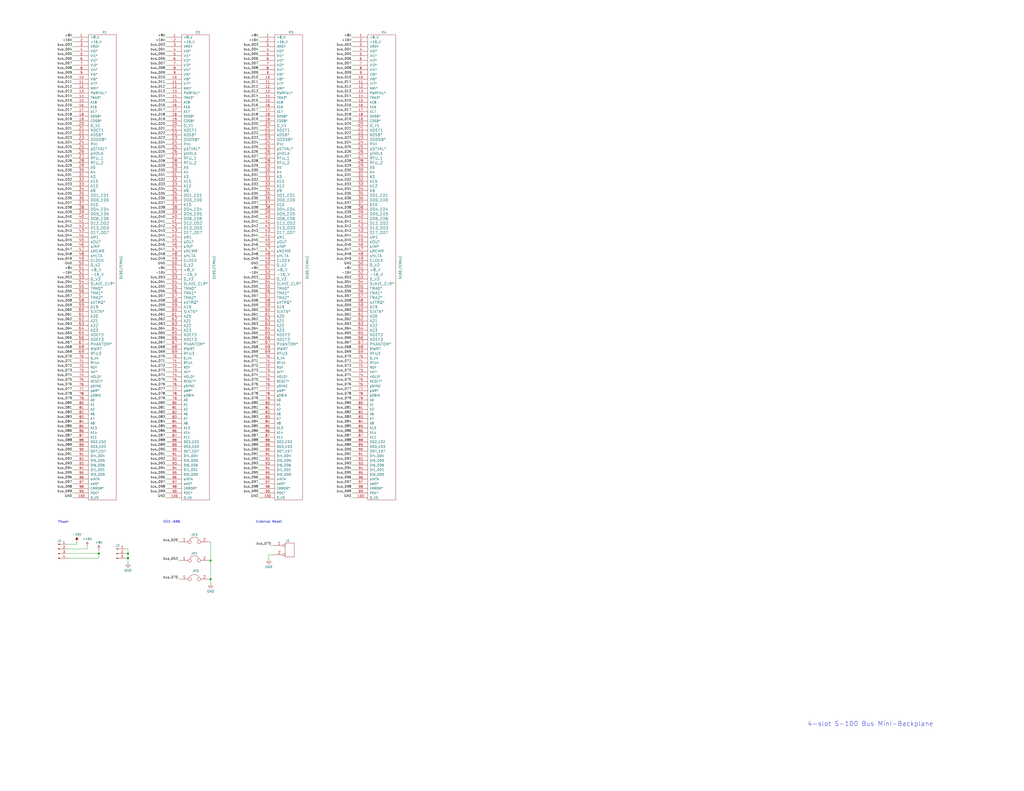
<source format=kicad_sch>
(kicad_sch (version 20230121) (generator eeschema)
  (paper "C")
  (title_block (title "Active Backplane") (date "2023-10-03") (rev "---"))
  (lib_symbols
    (symbol "mini-backplane:+16V" (power) (pin_names (offset 0))
      (property "Value" "+16V" (at 0 3.556 0))
      (symbol "+16V_1_1"
        (pin power_in line (at 0 0 90) (length 0) hide (name "+16V") (number "1"))
      )
    )
    (symbol "mini-backplane:+8V" (power) (pin_names (offset 0))
      (property "Value" "+8V" (at 0 3.556 0))
      (symbol "+8V_1_1"
        (pin power_in line (at 0 0 90) (length 0) hide (name "+8V") (number "1"))
      )
    )
    (symbol "mini-backplane:-16V" (power) (pin_names (offset 0))
      (property "Value" "-16V" (at 0 3.81 0))
      (symbol "-16V_1_0"
        (pin power_in line (at 0 0 90) (length 0) hide (name "-16V") (number "1"))
      )
    )
    (symbol "mini-backplane:Conn_01x02_Pin" (pin_names (offset 1.016) hide)
      (property "Reference" "J" (at -1.27 5.08 0))
      (property "Value" "Conn_01x02_Pin" (at 0 -5.08 0))
      (symbol "Conn_01x02_Pin_1_1"
        (pin passive inverted (at -8.89 2.54 0) (length 6.35) (name "P1") (number "1"))
        (pin passive inverted (at -8.89 -2.54 0) (length 6.35) (name "PM") (number "2"))
      )
    )
    (symbol "mini-backplane:Conn_01x03_Pin" (pin_names (offset 1.016) hide)
      (property "Reference" "J" (at 0 5.08 0))
      (property "Value" "Conn_01x03_Pin" (at 0 -5.08 0))
      (symbol "Conn_01x03_Pin_1_1"
        (pin passive line (at 5.08 2.54 180) (length 3.81) (name "Pin_1") (number "1"))
        (pin passive line (at 5.08 0 180) (length 3.81) (name "Pin_2") (number "2"))
        (pin passive line (at 5.08 -2.54 180) (length 3.81) (name "Pin_3") (number "3"))
      )
    )
    (symbol "mini-backplane:Conn_01x04_Pin" (pin_names (offset 1.016) hide)
      (property "Reference" "J" (at 0 5.08 0))
      (property "Value" "Conn_01x04_Pin" (at 0 -7.62 0))
      (symbol "Conn_01x04_Pin_1_1"
        (pin passive line (at 5.08 2.54 180) (length 3.81) (name "Pin_1") (number "1"))
        (pin passive line (at 5.08 0 180) (length 3.81) (name "Pin_2") (number "2"))
        (pin passive line (at 5.08 -2.54 180) (length 3.81) (name "Pin_3") (number "3"))
        (pin passive line (at 5.08 -5.08 180) (length 3.81) (name "Pin_4") (number "4"))
      )
    )
    (symbol "mini-backplane:GND" (power) (pin_names (offset 0))
      (property "Value" "GND" (at 0 -3.81 0))
      (symbol "GND_1_1"
        (pin power_in line (at 0 0 270) (length 0) hide (name "GND") (number "1"))
      )
    )
    (symbol "mini-backplane:JUMPER" (pin_names (offset 0.762) hide)
      (property "Reference" "JP" (at 0 3.81 0))
      (property "Value" "JUMPER" (at 0 -2.032 0))
      (symbol "JUMPER_0_1"
        (pin passive line (at -7.62 0 0) (length 4.191) (name "1") (number "1"))
        (pin passive line (at 7.62 0 180) (length 4.191) (name "2") (number "2"))
      )
    )
    (symbol "mini-backplane:S100_FEMALE" (pin_names (offset 1.016))
      (property "Reference" "P" (at 0 128.27 0))
      (property "Value" "S100_FEMALE" (at 8.89 0 90))
      (symbol "S100_FEMALE_1_1"
        (pin power_in line (at -16.51 125.73 0) (length 7.62) (name "+8_V") (number "1"))
        (pin bidirectional line (at -16.51 102.87 0) (length 7.62) (name "VI6*") (number "10"))
        (pin power_in line (at -16.51 -125.73 0) (length 7.62) (name "0_V5") (number "100"))
        (pin bidirectional line (at -16.51 100.33 0) (length 7.62) (name "VI7*") (number "11"))
        (pin bidirectional line (at -16.51 97.79 0) (length 7.62) (name "NMI*") (number "12"))
        (pin bidirectional line (at -16.51 95.25 0) (length 7.62) (name "PWRFAIL*") (number "13"))
        (pin bidirectional line (at -16.51 92.71 0) (length 7.62) (name "TMA3*") (number "14"))
        (pin bidirectional line (at -16.51 90.17 0) (length 7.62) (name "A18") (number "15"))
        (pin bidirectional line (at -16.51 87.63 0) (length 7.62) (name "A16") (number "16"))
        (pin bidirectional line (at -16.51 85.09 0) (length 7.62) (name "A17") (number "17"))
        (pin bidirectional line (at -16.51 82.55 0) (length 7.62) (name "SDSB*") (number "18"))
        (pin bidirectional line (at -16.51 80.01 0) (length 7.62) (name "CDSB*") (number "19"))
        (pin power_in line (at -16.51 123.19 0) (length 7.62) (name "+16_V") (number "2"))
        (pin bidirectional line (at -16.51 77.47 0) (length 7.62) (name "0_V1") (number "20"))
        (pin bidirectional line (at -16.51 74.93 0) (length 7.62) (name "NDEF1") (number "21"))
        (pin bidirectional line (at -16.51 72.39 0) (length 7.62) (name "ADSB*") (number "22"))
        (pin bidirectional line (at -16.51 69.85 0) (length 7.62) (name "DODSB*") (number "23"))
        (pin bidirectional line (at -16.51 67.31 0) (length 7.62) (name "PHI") (number "24"))
        (pin bidirectional line (at -16.51 64.77 0) (length 7.62) (name "pSTVAL*") (number "25"))
        (pin bidirectional line (at -16.51 62.23 0) (length 7.62) (name "pHDLA") (number "26"))
        (pin bidirectional line (at -16.51 59.69 0) (length 7.62) (name "RFU_1") (number "27"))
        (pin bidirectional line (at -16.51 57.15 0) (length 7.62) (name "RFU_2") (number "28"))
        (pin bidirectional line (at -16.51 54.61 0) (length 7.62) (name "A5") (number "29"))
        (pin bidirectional line (at -16.51 120.65 0) (length 7.62) (name "XRDY") (number "3"))
        (pin bidirectional line (at -16.51 52.07 0) (length 7.62) (name "A4") (number "30"))
        (pin bidirectional line (at -16.51 49.53 0) (length 7.62) (name "A3") (number "31"))
        (pin bidirectional line (at -16.51 46.99 0) (length 7.62) (name "A15") (number "32"))
        (pin bidirectional line (at -16.51 44.45 0) (length 7.62) (name "A12") (number "33"))
        (pin bidirectional line (at -16.51 41.91 0) (length 7.62) (name "A9") (number "34"))
        (pin bidirectional line (at -16.51 39.37 0) (length 7.62) (name "DO1_ED1") (number "35"))
        (pin bidirectional line (at -16.51 36.83 0) (length 7.62) (name "DO0_ED0") (number "36"))
        (pin bidirectional line (at -16.51 34.29 0) (length 7.62) (name "A10") (number "37"))
        (pin bidirectional line (at -16.51 31.75 0) (length 7.62) (name "DO4_ED4") (number "38"))
        (pin bidirectional line (at -16.51 29.21 0) (length 7.62) (name "DO5_ED5") (number "39"))
        (pin bidirectional line (at -16.51 118.11 0) (length 7.62) (name "VIO*") (number "4"))
        (pin bidirectional line (at -16.51 26.67 0) (length 7.62) (name "DO6_ED6") (number "40"))
        (pin bidirectional line (at -16.51 24.13 0) (length 7.62) (name "D12_OD2") (number "41"))
        (pin bidirectional line (at -16.51 21.59 0) (length 7.62) (name "D13_OD3") (number "42"))
        (pin bidirectional line (at -16.51 19.05 0) (length 7.62) (name "D17_OD7") (number "43"))
        (pin bidirectional line (at -16.51 16.51 0) (length 7.62) (name "sM1") (number "44"))
        (pin bidirectional line (at -16.51 13.97 0) (length 7.62) (name "sOUT") (number "45"))
        (pin bidirectional line (at -16.51 11.43 0) (length 7.62) (name "sINP") (number "46"))
        (pin bidirectional line (at -16.51 8.89 0) (length 7.62) (name "sMEMR") (number "47"))
        (pin bidirectional line (at -16.51 6.35 0) (length 7.62) (name "sHLTA") (number "48"))
        (pin bidirectional line (at -16.51 3.81 0) (length 7.62) (name "CLOCK") (number "49"))
        (pin bidirectional line (at -16.51 115.57 0) (length 7.62) (name "VI1*") (number "5"))
        (pin power_in line (at -16.51 1.27 0) (length 7.62) (name "0_V2") (number "50"))
        (pin power_in line (at -16.51 -1.27 0) (length 7.62) (name "+8_V") (number "51"))
        (pin power_in line (at -16.51 -3.81 0) (length 7.62) (name "-16_V") (number "52"))
        (pin bidirectional line (at -16.51 -6.35 0) (length 7.62) (name "0_V3") (number "53"))
        (pin bidirectional line (at -16.51 -8.89 0) (length 7.62) (name "SLAVE_CLR*") (number "54"))
        (pin bidirectional line (at -16.51 -11.43 0) (length 7.62) (name "TMA0*") (number "55"))
        (pin bidirectional line (at -16.51 -13.97 0) (length 7.62) (name "TMA1*") (number "56"))
        (pin bidirectional line (at -16.51 -16.51 0) (length 7.62) (name "TMA2*") (number "57"))
        (pin bidirectional line (at -16.51 -19.05 0) (length 7.62) (name "sXTRQ*") (number "58"))
        (pin bidirectional line (at -16.51 -21.59 0) (length 7.62) (name "A19") (number "59"))
        (pin bidirectional line (at -16.51 113.03 0) (length 7.62) (name "VI2*") (number "6"))
        (pin bidirectional line (at -16.51 -24.13 0) (length 7.62) (name "SIXTN*") (number "60"))
        (pin bidirectional line (at -16.51 -26.67 0) (length 7.62) (name "A20") (number "61"))
        (pin bidirectional line (at -16.51 -29.21 0) (length 7.62) (name "A21") (number "62"))
        (pin bidirectional line (at -16.51 -31.75 0) (length 7.62) (name "A22") (number "63"))
        (pin bidirectional line (at -16.51 -34.29 0) (length 7.62) (name "A23") (number "64"))
        (pin bidirectional line (at -16.51 -36.83 0) (length 7.62) (name "NDEF2") (number "65"))
        (pin bidirectional line (at -16.51 -39.37 0) (length 7.62) (name "NDEF3") (number "66"))
        (pin bidirectional line (at -16.51 -41.91 0) (length 7.62) (name "PHANTOM*") (number "67"))
        (pin bidirectional line (at -16.51 -44.45 0) (length 7.62) (name "MWRT") (number "68"))
        (pin bidirectional line (at -16.51 -46.99 0) (length 7.62) (name "RFU3") (number "69"))
        (pin bidirectional line (at -16.51 110.49 0) (length 7.62) (name "VI3*") (number "7"))
        (pin bidirectional line (at -16.51 -49.53 0) (length 7.62) (name "0_V4") (number "70"))
        (pin bidirectional line (at -16.51 -52.07 0) (length 7.62) (name "RFU4") (number "71"))
        (pin bidirectional line (at -16.51 -54.61 0) (length 7.62) (name "RDY") (number "72"))
        (pin bidirectional line (at -16.51 -57.15 0) (length 7.62) (name "INT*") (number "73"))
        (pin bidirectional line (at -16.51 -59.69 0) (length 7.62) (name "HOLD*") (number "74"))
        (pin bidirectional line (at -16.51 -62.23 0) (length 7.62) (name "RESET*") (number "75"))
        (pin bidirectional line (at -16.51 -64.77 0) (length 7.62) (name "pSYNC") (number "76"))
        (pin bidirectional line (at -16.51 -67.31 0) (length 7.62) (name "pWR*") (number "77"))
        (pin bidirectional line (at -16.51 -69.85 0) (length 7.62) (name "pDBIN") (number "78"))
        (pin bidirectional line (at -16.51 -72.39 0) (length 7.62) (name "A0") (number "79"))
        (pin bidirectional line (at -16.51 107.95 0) (length 7.62) (name "VI4*") (number "8"))
        (pin bidirectional line (at -16.51 -74.93 0) (length 7.62) (name "A1") (number "80"))
        (pin bidirectional line (at -16.51 -77.47 0) (length 7.62) (name "A2") (number "81"))
        (pin bidirectional line (at -16.51 -80.01 0) (length 7.62) (name "A6") (number "82"))
        (pin bidirectional line (at -16.51 -82.55 0) (length 7.62) (name "A7") (number "83"))
        (pin bidirectional line (at -16.51 -85.09 0) (length 7.62) (name "A8") (number "84"))
        (pin bidirectional line (at -16.51 -87.63 0) (length 7.62) (name "A13") (number "85"))
        (pin bidirectional line (at -16.51 -90.17 0) (length 7.62) (name "A14") (number "86"))
        (pin bidirectional line (at -16.51 -92.71 0) (length 7.62) (name "A11") (number "87"))
        (pin bidirectional line (at -16.51 -95.25 0) (length 7.62) (name "DO2_ED2") (number "88"))
        (pin bidirectional line (at -16.51 -97.79 0) (length 7.62) (name "DO3_ED3") (number "89"))
        (pin bidirectional line (at -16.51 105.41 0) (length 7.62) (name "VI5*") (number "9"))
        (pin bidirectional line (at -16.51 -100.33 0) (length 7.62) (name "DO7_ED7") (number "90"))
        (pin bidirectional line (at -16.51 -102.87 0) (length 7.62) (name "DI4_OD4") (number "91"))
        (pin bidirectional line (at -16.51 -105.41 0) (length 7.62) (name "DI5_OD5") (number "92"))
        (pin bidirectional line (at -16.51 -107.95 0) (length 7.62) (name "DI6_OD6") (number "93"))
        (pin bidirectional line (at -16.51 -110.49 0) (length 7.62) (name "DI1_OD1") (number "94"))
        (pin bidirectional line (at -16.51 -113.03 0) (length 7.62) (name "DI0_OD0") (number "95"))
        (pin bidirectional line (at -16.51 -115.57 0) (length 7.62) (name "sINTA") (number "96"))
        (pin bidirectional line (at -16.51 -118.11 0) (length 7.62) (name "sWO*") (number "97"))
        (pin bidirectional line (at -16.51 -120.65 0) (length 7.62) (name "ERROR*") (number "98"))
        (pin bidirectional line (at -16.51 -123.19 0) (length 7.62) (name "POC*") (number "99"))
      )
    )
  )
  (junction (at 53.975 302.26))
  (junction (at 114.935 316.23))
  (junction (at 114.935 306.07))
  (junction (at 69.85 304.8))
  (junction (at 69.85 302.26))
  (wire (pts (xy 140.97 149.86) (xy 142.24 149.86)))
  (wire (pts (xy 39.37 81.28) (xy 40.64 81.28)))
  (wire (pts (xy 191.77 35.56) (xy 193.04 35.56)))
  (wire (pts (xy 39.37 134.62) (xy 40.64 134.62)))
  (wire (pts (xy 97.155 316.23) (xy 98.425 316.23)))
  (wire (pts (xy 39.37 119.38) (xy 40.64 119.38)))
  (wire (pts (xy 90.17 127) (xy 91.44 127)))
  (wire (pts (xy 191.77 223.52) (xy 193.04 223.52)))
  (wire (pts (xy 90.17 193.04) (xy 91.44 193.04)))
  (wire (pts (xy 39.37 20.32) (xy 40.64 20.32)))
  (wire (pts (xy 140.97 147.32) (xy 142.24 147.32)))
  (wire (pts (xy 90.17 76.2) (xy 91.44 76.2)))
  (wire (pts (xy 140.97 220.98) (xy 142.24 220.98)))
  (wire (pts (xy 140.97 25.4) (xy 142.24 25.4)))
  (wire (pts (xy 191.77 109.22) (xy 193.04 109.22)))
  (wire (pts (xy 191.77 43.18) (xy 193.04 43.18)))
  (wire (pts (xy 39.37 243.84) (xy 40.64 243.84)))
  (wire (pts (xy 90.17 58.42) (xy 91.44 58.42)))
  (wire (pts (xy 191.77 185.42) (xy 193.04 185.42)))
  (wire (pts (xy 191.77 50.8) (xy 193.04 50.8)))
  (wire (pts (xy 90.17 187.96) (xy 91.44 187.96)))
  (wire (pts (xy 191.77 259.08) (xy 193.04 259.08)))
  (wire (pts (xy 140.97 139.7) (xy 142.24 139.7)))
  (wire (pts (xy 90.17 228.6) (xy 91.44 228.6)))
  (wire (pts (xy 191.77 233.68) (xy 193.04 233.68)))
  (wire (pts (xy 39.37 99.06) (xy 40.64 99.06)))
  (wire (pts (xy 36.83 302.26) (xy 53.975 302.26)))
  (wire (pts (xy 140.97 124.46) (xy 142.24 124.46)))
  (wire (pts (xy 90.17 93.98) (xy 91.44 93.98)))
  (wire (pts (xy 39.37 55.88) (xy 40.64 55.88)))
  (wire (pts (xy 191.77 142.24) (xy 193.04 142.24)))
  (wire (pts (xy 39.37 210.82) (xy 40.64 210.82)))
  (wire (pts (xy 140.97 38.1) (xy 142.24 38.1)))
  (wire (pts (xy 191.77 246.38) (xy 193.04 246.38)))
  (wire (pts (xy 191.77 271.78) (xy 193.04 271.78)))
  (wire (pts (xy 39.37 142.24) (xy 40.64 142.24)))
  (wire (pts (xy 191.77 190.5) (xy 193.04 190.5)))
  (wire (pts (xy 90.17 152.4) (xy 91.44 152.4)))
  (wire (pts (xy 90.17 170.18) (xy 91.44 170.18)))
  (wire (pts (xy 90.17 96.52) (xy 91.44 96.52)))
  (wire (pts (xy 90.17 259.08) (xy 91.44 259.08)))
  (wire (pts (xy 191.77 241.3) (xy 193.04 241.3)))
  (wire (pts (xy 39.37 251.46) (xy 40.64 251.46)))
  (wire (pts (xy 140.97 195.58) (xy 142.24 195.58)))
  (wire (pts (xy 191.77 78.74) (xy 193.04 78.74)))
  (wire (pts (xy 140.97 93.98) (xy 142.24 93.98)))
  (wire (pts (xy 140.97 55.88) (xy 142.24 55.88)))
  (wire (pts (xy 90.17 261.62) (xy 91.44 261.62)))
  (wire (pts (xy 140.97 30.48) (xy 142.24 30.48)))
  (wire (pts (xy 90.17 104.14) (xy 91.44 104.14)))
  (wire (pts (xy 90.17 172.72) (xy 91.44 172.72)))
  (wire (pts (xy 140.97 45.72) (xy 142.24 45.72)))
  (wire (pts (xy 140.97 261.62) (xy 142.24 261.62)))
  (wire (pts (xy 39.37 73.66) (xy 40.64 73.66)))
  (wire (pts (xy 140.97 119.38) (xy 142.24 119.38)))
  (wire (pts (xy 39.37 203.2) (xy 40.64 203.2)))
  (wire (pts (xy 39.37 177.8) (xy 40.64 177.8)))
  (wire (pts (xy 191.77 269.24) (xy 193.04 269.24)))
  (wire (pts (xy 39.37 175.26) (xy 40.64 175.26)))
  (wire (pts (xy 90.17 233.68) (xy 91.44 233.68)))
  (wire (pts (xy 90.17 215.9) (xy 91.44 215.9)))
  (wire (pts (xy 90.17 226.06) (xy 91.44 226.06)))
  (wire (pts (xy 191.77 129.54) (xy 193.04 129.54)))
  (wire (pts (xy 191.77 198.12) (xy 193.04 198.12)))
  (wire (pts (xy 140.97 266.7) (xy 142.24 266.7)))
  (wire (pts (xy 90.17 269.24) (xy 91.44 269.24)))
  (wire (pts (xy 191.77 104.14) (xy 193.04 104.14)))
  (wire (pts (xy 140.97 20.32) (xy 142.24 20.32)))
  (wire (pts (xy 90.17 160.02) (xy 91.44 160.02)))
  (wire (pts (xy 191.77 182.88) (xy 193.04 182.88)))
  (wire (pts (xy 90.17 88.9) (xy 91.44 88.9)))
  (wire (pts (xy 191.77 220.98) (xy 193.04 220.98)))
  (wire (pts (xy 53.975 302.26) (xy 53.975 300.355)))
  (wire (pts (xy 90.17 218.44) (xy 91.44 218.44)))
  (wire (pts (xy 90.17 147.32) (xy 91.44 147.32)))
  (wire (pts (xy 140.97 177.8) (xy 142.24 177.8)))
  (wire (pts (xy 191.77 124.46) (xy 193.04 124.46)))
  (wire (pts (xy 39.37 162.56) (xy 40.64 162.56)))
  (wire (pts (xy 140.97 91.44) (xy 142.24 91.44)))
  (wire (pts (xy 90.17 223.52) (xy 91.44 223.52)))
  (wire (pts (xy 39.37 182.88) (xy 40.64 182.88)))
  (wire (pts (xy 90.17 53.34) (xy 91.44 53.34)))
  (wire (pts (xy 39.37 63.5) (xy 40.64 63.5)))
  (wire (pts (xy 90.17 111.76) (xy 91.44 111.76)))
  (wire (pts (xy 90.17 203.2) (xy 91.44 203.2)))
  (wire (pts (xy 140.97 223.52) (xy 142.24 223.52)))
  (wire (pts (xy 90.17 210.82) (xy 91.44 210.82)))
  (wire (pts (xy 39.37 76.2) (xy 40.64 76.2)))
  (wire (pts (xy 90.17 27.94) (xy 91.44 27.94)))
  (wire (pts (xy 191.77 99.06) (xy 193.04 99.06)))
  (wire (pts (xy 90.17 55.88) (xy 91.44 55.88)))
  (wire (pts (xy 39.37 208.28) (xy 40.64 208.28)))
  (wire (pts (xy 191.77 55.88) (xy 193.04 55.88)))
  (wire (pts (xy 90.17 198.12) (xy 91.44 198.12)))
  (wire (pts (xy 146.685 305.435) (xy 146.685 302.895)))
  (wire (pts (xy 90.17 116.84) (xy 91.44 116.84)))
  (wire (pts (xy 39.37 170.18) (xy 40.64 170.18)))
  (wire (pts (xy 191.77 193.04) (xy 193.04 193.04)))
  (wire (pts (xy 39.37 129.54) (xy 40.64 129.54)))
  (wire (pts (xy 39.37 50.8) (xy 40.64 50.8)))
  (wire (pts (xy 90.17 106.68) (xy 91.44 106.68)))
  (wire (pts (xy 140.97 129.54) (xy 142.24 129.54)))
  (wire (pts (xy 140.97 137.16) (xy 142.24 137.16)))
  (wire (pts (xy 90.17 132.08) (xy 91.44 132.08)))
  (wire (pts (xy 191.77 111.76) (xy 193.04 111.76)))
  (wire (pts (xy 140.97 233.68) (xy 142.24 233.68)))
  (wire (pts (xy 140.97 127) (xy 142.24 127)))
  (wire (pts (xy 39.37 226.06) (xy 40.64 226.06)))
  (wire (pts (xy 140.97 251.46) (xy 142.24 251.46)))
  (wire (pts (xy 39.37 68.58) (xy 40.64 68.58)))
  (wire (pts (xy 140.97 144.78) (xy 142.24 144.78)))
  (wire (pts (xy 90.17 134.62) (xy 91.44 134.62)))
  (wire (pts (xy 191.77 101.6) (xy 193.04 101.6)))
  (wire (pts (xy 90.17 137.16) (xy 91.44 137.16)))
  (wire (pts (xy 39.37 58.42) (xy 40.64 58.42)))
  (wire (pts (xy 191.77 177.8) (xy 193.04 177.8)))
  (wire (pts (xy 39.37 152.4) (xy 40.64 152.4)))
  (wire (pts (xy 191.77 231.14) (xy 193.04 231.14)))
  (wire (pts (xy 90.17 254) (xy 91.44 254)))
  (wire (pts (xy 191.77 116.84) (xy 193.04 116.84)))
  (wire (pts (xy 90.17 264.16) (xy 91.44 264.16)))
  (wire (pts (xy 191.77 106.68) (xy 193.04 106.68)))
  (wire (pts (xy 191.77 167.64) (xy 193.04 167.64)))
  (wire (pts (xy 191.77 264.16) (xy 193.04 264.16)))
  (wire (pts (xy 39.37 180.34) (xy 40.64 180.34)))
  (wire (pts (xy 140.97 58.42) (xy 142.24 58.42)))
  (wire (pts (xy 191.77 251.46) (xy 193.04 251.46)))
  (wire (pts (xy 191.77 215.9) (xy 193.04 215.9)))
  (wire (pts (xy 39.37 111.76) (xy 40.64 111.76)))
  (wire (pts (xy 39.37 45.72) (xy 40.64 45.72)))
  (wire (pts (xy 140.97 63.5) (xy 142.24 63.5)))
  (wire (pts (xy 140.97 170.18) (xy 142.24 170.18)))
  (wire (pts (xy 140.97 236.22) (xy 142.24 236.22)))
  (wire (pts (xy 140.97 271.78) (xy 142.24 271.78)))
  (wire (pts (xy 191.77 63.5) (xy 193.04 63.5)))
  (wire (pts (xy 39.37 261.62) (xy 40.64 261.62)))
  (wire (pts (xy 191.77 40.64) (xy 193.04 40.64)))
  (wire (pts (xy 90.17 142.24) (xy 91.44 142.24)))
  (wire (pts (xy 191.77 66.04) (xy 193.04 66.04)))
  (wire (pts (xy 39.37 93.98) (xy 40.64 93.98)))
  (wire (pts (xy 140.97 160.02) (xy 142.24 160.02)))
  (wire (pts (xy 191.77 226.06) (xy 193.04 226.06)))
  (wire (pts (xy 191.77 144.78) (xy 193.04 144.78)))
  (wire (pts (xy 140.97 22.86) (xy 142.24 22.86)))
  (wire (pts (xy 90.17 38.1) (xy 91.44 38.1)))
  (wire (pts (xy 90.17 45.72) (xy 91.44 45.72)))
  (wire (pts (xy 68.58 299.72) (xy 69.85 299.72)))
  (wire (pts (xy 140.97 43.18) (xy 142.24 43.18)))
  (wire (pts (xy 90.17 99.06) (xy 91.44 99.06)))
  (wire (pts (xy 90.17 101.6) (xy 91.44 101.6)))
  (wire (pts (xy 39.37 43.18) (xy 40.64 43.18)))
  (wire (pts (xy 90.17 40.64) (xy 91.44 40.64)))
  (wire (pts (xy 140.97 246.38) (xy 142.24 246.38)))
  (wire (pts (xy 90.17 114.3) (xy 91.44 114.3)))
  (wire (pts (xy 39.37 96.52) (xy 40.64 96.52)))
  (wire (pts (xy 90.17 20.32) (xy 91.44 20.32)))
  (wire (pts (xy 191.77 248.92) (xy 193.04 248.92)))
  (wire (pts (xy 140.97 81.28) (xy 142.24 81.28)))
  (wire (pts (xy 90.17 165.1) (xy 91.44 165.1)))
  (wire (pts (xy 140.97 269.24) (xy 142.24 269.24)))
  (wire (pts (xy 140.97 101.6) (xy 142.24 101.6)))
  (wire (pts (xy 191.77 121.92) (xy 193.04 121.92)))
  (wire (pts (xy 114.935 295.91) (xy 114.935 306.07)))
  (wire (pts (xy 39.37 114.3) (xy 40.64 114.3)))
  (wire (pts (xy 140.97 68.58) (xy 142.24 68.58)))
  (wire (pts (xy 39.37 215.9) (xy 40.64 215.9)))
  (wire (pts (xy 191.77 180.34) (xy 193.04 180.34)))
  (wire (pts (xy 191.77 200.66) (xy 193.04 200.66)))
  (wire (pts (xy 191.77 83.82) (xy 193.04 83.82)))
  (wire (pts (xy 39.37 213.36) (xy 40.64 213.36)))
  (wire (pts (xy 90.17 91.44) (xy 91.44 91.44)))
  (wire (pts (xy 191.77 132.08) (xy 193.04 132.08)))
  (wire (pts (xy 39.37 233.68) (xy 40.64 233.68)))
  (wire (pts (xy 140.97 152.4) (xy 142.24 152.4)))
  (wire (pts (xy 140.97 167.64) (xy 142.24 167.64)))
  (wire (pts (xy 140.97 208.28) (xy 142.24 208.28)))
  (wire (pts (xy 39.37 25.4) (xy 40.64 25.4)))
  (wire (pts (xy 39.37 264.16) (xy 40.64 264.16)))
  (wire (pts (xy 90.17 109.22) (xy 91.44 109.22)))
  (wire (pts (xy 90.17 190.5) (xy 91.44 190.5)))
  (wire (pts (xy 90.17 60.96) (xy 91.44 60.96)))
  (wire (pts (xy 39.37 88.9) (xy 40.64 88.9)))
  (wire (pts (xy 39.37 248.92) (xy 40.64 248.92)))
  (wire (pts (xy 191.77 228.6) (xy 193.04 228.6)))
  (wire (pts (xy 39.37 172.72) (xy 40.64 172.72)))
  (wire (pts (xy 191.77 261.62) (xy 193.04 261.62)))
  (wire (pts (xy 191.77 127) (xy 193.04 127)))
  (wire (pts (xy 140.97 248.92) (xy 142.24 248.92)))
  (wire (pts (xy 90.17 78.74) (xy 91.44 78.74)))
  (wire (pts (xy 140.97 259.08) (xy 142.24 259.08)))
  (wire (pts (xy 191.77 157.48) (xy 193.04 157.48)))
  (wire (pts (xy 39.37 35.56) (xy 40.64 35.56)))
  (wire (pts (xy 39.37 256.54) (xy 40.64 256.54)))
  (wire (pts (xy 140.97 111.76) (xy 142.24 111.76)))
  (wire (pts (xy 140.97 157.48) (xy 142.24 157.48)))
  (wire (pts (xy 191.77 38.1) (xy 193.04 38.1)))
  (wire (pts (xy 90.17 83.82) (xy 91.44 83.82)))
  (wire (pts (xy 191.77 203.2) (xy 193.04 203.2)))
  (wire (pts (xy 68.58 302.26) (xy 69.85 302.26)))
  (wire (pts (xy 39.37 30.48) (xy 40.64 30.48)))
  (wire (pts (xy 39.37 241.3) (xy 40.64 241.3)))
  (wire (pts (xy 90.17 185.42) (xy 91.44 185.42)))
  (wire (pts (xy 191.77 175.26) (xy 193.04 175.26)))
  (wire (pts (xy 39.37 78.74) (xy 40.64 78.74)))
  (wire (pts (xy 39.37 167.64) (xy 40.64 167.64)))
  (wire (pts (xy 140.97 121.92) (xy 142.24 121.92)))
  (wire (pts (xy 39.37 48.26) (xy 40.64 48.26)))
  (wire (pts (xy 140.97 226.06) (xy 142.24 226.06)))
  (wire (pts (xy 90.17 71.12) (xy 91.44 71.12)))
  (wire (pts (xy 90.17 162.56) (xy 91.44 162.56)))
  (wire (pts (xy 90.17 241.3) (xy 91.44 241.3)))
  (wire (pts (xy 90.17 236.22) (xy 91.44 236.22)))
  (wire (pts (xy 90.17 68.58) (xy 91.44 68.58)))
  (wire (pts (xy 191.77 218.44) (xy 193.04 218.44)))
  (wire (pts (xy 191.77 256.54) (xy 193.04 256.54)))
  (wire (pts (xy 39.37 106.68) (xy 40.64 106.68)))
  (wire (pts (xy 191.77 96.52) (xy 193.04 96.52)))
  (wire (pts (xy 191.77 27.94) (xy 193.04 27.94)))
  (wire (pts (xy 191.77 86.36) (xy 193.04 86.36)))
  (wire (pts (xy 114.935 306.07) (xy 113.665 306.07)))
  (wire (pts (xy 140.97 193.04) (xy 142.24 193.04)))
  (wire (pts (xy 39.37 121.92) (xy 40.64 121.92)))
  (wire (pts (xy 140.97 27.94) (xy 142.24 27.94)))
  (wire (pts (xy 140.97 213.36) (xy 142.24 213.36)))
  (wire (pts (xy 140.97 172.72) (xy 142.24 172.72)))
  (wire (pts (xy 53.975 304.8) (xy 53.975 302.26)))
  (wire (pts (xy 140.97 264.16) (xy 142.24 264.16)))
  (wire (pts (xy 140.97 132.08) (xy 142.24 132.08)))
  (wire (pts (xy 39.37 187.96) (xy 40.64 187.96)))
  (wire (pts (xy 140.97 162.56) (xy 142.24 162.56)))
  (wire (pts (xy 191.77 254) (xy 193.04 254)))
  (wire (pts (xy 39.37 246.38) (xy 40.64 246.38)))
  (wire (pts (xy 140.97 154.94) (xy 142.24 154.94)))
  (wire (pts (xy 90.17 43.18) (xy 91.44 43.18)))
  (wire (pts (xy 191.77 71.12) (xy 193.04 71.12)))
  (wire (pts (xy 114.935 306.07) (xy 114.935 316.23)))
  (wire (pts (xy 113.665 295.91) (xy 114.935 295.91)))
  (wire (pts (xy 39.37 185.42) (xy 40.64 185.42)))
  (wire (pts (xy 90.17 50.8) (xy 91.44 50.8)))
  (wire (pts (xy 47.625 299.72) (xy 47.625 298.45)))
  (wire (pts (xy 39.37 91.44) (xy 40.64 91.44)))
  (wire (pts (xy 140.97 142.24) (xy 142.24 142.24)))
  (wire (pts (xy 36.83 304.8) (xy 53.975 304.8)))
  (wire (pts (xy 140.97 106.68) (xy 142.24 106.68)))
  (wire (pts (xy 191.77 119.38) (xy 193.04 119.38)))
  (wire (pts (xy 140.97 200.66) (xy 142.24 200.66)))
  (wire (pts (xy 69.85 304.8) (xy 69.85 307.34)))
  (wire (pts (xy 147.955 297.815) (xy 149.225 297.815)))
  (wire (pts (xy 191.77 165.1) (xy 193.04 165.1)))
  (wire (pts (xy 90.17 271.78) (xy 91.44 271.78)))
  (wire (pts (xy 69.85 302.26) (xy 69.85 304.8)))
  (wire (pts (xy 191.77 137.16) (xy 193.04 137.16)))
  (wire (pts (xy 90.17 175.26) (xy 91.44 175.26)))
  (wire (pts (xy 90.17 157.48) (xy 91.44 157.48)))
  (wire (pts (xy 90.17 35.56) (xy 91.44 35.56)))
  (wire (pts (xy 39.37 259.08) (xy 40.64 259.08)))
  (wire (pts (xy 140.97 71.12) (xy 142.24 71.12)))
  (wire (pts (xy 90.17 81.28) (xy 91.44 81.28)))
  (wire (pts (xy 140.97 187.96) (xy 142.24 187.96)))
  (wire (pts (xy 114.935 316.23) (xy 114.935 318.77)))
  (wire (pts (xy 39.37 165.1) (xy 40.64 165.1)))
  (wire (pts (xy 39.37 40.64) (xy 40.64 40.64)))
  (wire (pts (xy 140.97 256.54) (xy 142.24 256.54)))
  (wire (pts (xy 191.77 91.44) (xy 193.04 91.44)))
  (wire (pts (xy 140.97 210.82) (xy 142.24 210.82)))
  (wire (pts (xy 39.37 198.12) (xy 40.64 198.12)))
  (wire (pts (xy 140.97 180.34) (xy 142.24 180.34)))
  (wire (pts (xy 90.17 66.04) (xy 91.44 66.04)))
  (wire (pts (xy 39.37 60.96) (xy 40.64 60.96)))
  (wire (pts (xy 39.37 200.66) (xy 40.64 200.66)))
  (wire (pts (xy 191.77 33.02) (xy 193.04 33.02)))
  (wire (pts (xy 140.97 134.62) (xy 142.24 134.62)))
  (wire (pts (xy 39.37 71.12) (xy 40.64 71.12)))
  (wire (pts (xy 140.97 48.26) (xy 142.24 48.26)))
  (wire (pts (xy 39.37 218.44) (xy 40.64 218.44)))
  (wire (pts (xy 90.17 180.34) (xy 91.44 180.34)))
  (wire (pts (xy 39.37 160.02) (xy 40.64 160.02)))
  (wire (pts (xy 140.97 86.36) (xy 142.24 86.36)))
  (wire (pts (xy 140.97 76.2) (xy 142.24 76.2)))
  (wire (pts (xy 90.17 256.54) (xy 91.44 256.54)))
  (wire (pts (xy 140.97 88.9) (xy 142.24 88.9)))
  (wire (pts (xy 39.37 27.94) (xy 40.64 27.94)))
  (wire (pts (xy 191.77 20.32) (xy 193.04 20.32)))
  (wire (pts (xy 191.77 149.86) (xy 193.04 149.86)))
  (wire (pts (xy 191.77 53.34) (xy 193.04 53.34)))
  (wire (pts (xy 90.17 139.7) (xy 91.44 139.7)))
  (wire (pts (xy 97.155 306.07) (xy 98.425 306.07)))
  (wire (pts (xy 39.37 223.52) (xy 40.64 223.52)))
  (wire (pts (xy 191.77 266.7) (xy 193.04 266.7)))
  (wire (pts (xy 140.97 238.76) (xy 142.24 238.76)))
  (wire (pts (xy 191.77 58.42) (xy 193.04 58.42)))
  (wire (pts (xy 140.97 175.26) (xy 142.24 175.26)))
  (wire (pts (xy 90.17 86.36) (xy 91.44 86.36)))
  (wire (pts (xy 191.77 88.9) (xy 193.04 88.9)))
  (wire (pts (xy 90.17 248.92) (xy 91.44 248.92)))
  (wire (pts (xy 140.97 205.74) (xy 142.24 205.74)))
  (wire (pts (xy 140.97 254) (xy 142.24 254)))
  (wire (pts (xy 90.17 243.84) (xy 91.44 243.84)))
  (wire (pts (xy 90.17 205.74) (xy 91.44 205.74)))
  (wire (pts (xy 39.37 33.02) (xy 40.64 33.02)))
  (wire (pts (xy 39.37 254) (xy 40.64 254)))
  (wire (pts (xy 191.77 187.96) (xy 193.04 187.96)))
  (wire (pts (xy 90.17 30.48) (xy 91.44 30.48)))
  (wire (pts (xy 90.17 154.94) (xy 91.44 154.94)))
  (wire (pts (xy 191.77 152.4) (xy 193.04 152.4)))
  (wire (pts (xy 39.37 137.16) (xy 40.64 137.16)))
  (wire (pts (xy 191.77 238.76) (xy 193.04 238.76)))
  (wire (pts (xy 39.37 228.6) (xy 40.64 228.6)))
  (wire (pts (xy 191.77 45.72) (xy 193.04 45.72)))
  (wire (pts (xy 39.37 269.24) (xy 40.64 269.24)))
  (wire (pts (xy 140.97 83.82) (xy 142.24 83.82)))
  (wire (pts (xy 140.97 96.52) (xy 142.24 96.52)))
  (wire (pts (xy 191.77 170.18) (xy 193.04 170.18)))
  (wire (pts (xy 140.97 116.84) (xy 142.24 116.84)))
  (wire (pts (xy 140.97 241.3) (xy 142.24 241.3)))
  (wire (pts (xy 191.77 81.28) (xy 193.04 81.28)))
  (wire (pts (xy 140.97 35.56) (xy 142.24 35.56)))
  (wire (pts (xy 140.97 53.34) (xy 142.24 53.34)))
  (wire (pts (xy 146.685 302.895) (xy 149.225 302.895)))
  (wire (pts (xy 191.77 147.32) (xy 193.04 147.32)))
  (wire (pts (xy 191.77 210.82) (xy 193.04 210.82)))
  (wire (pts (xy 140.97 60.96) (xy 142.24 60.96)))
  (wire (pts (xy 140.97 109.22) (xy 142.24 109.22)))
  (wire (pts (xy 140.97 182.88) (xy 142.24 182.88)))
  (wire (pts (xy 36.83 297.18) (xy 41.91 297.18)))
  (wire (pts (xy 90.17 220.98) (xy 91.44 220.98)))
  (wire (pts (xy 90.17 124.46) (xy 91.44 124.46)))
  (wire (pts (xy 68.58 304.8) (xy 69.85 304.8)))
  (wire (pts (xy 191.77 160.02) (xy 193.04 160.02)))
  (wire (pts (xy 39.37 132.08) (xy 40.64 132.08)))
  (wire (pts (xy 191.77 162.56) (xy 193.04 162.56)))
  (wire (pts (xy 191.77 93.98) (xy 193.04 93.98)))
  (wire (pts (xy 191.77 236.22) (xy 193.04 236.22)))
  (wire (pts (xy 39.37 157.48) (xy 40.64 157.48)))
  (wire (pts (xy 69.85 299.72) (xy 69.85 302.26)))
  (wire (pts (xy 39.37 147.32) (xy 40.64 147.32)))
  (wire (pts (xy 140.97 99.06) (xy 142.24 99.06)))
  (wire (pts (xy 39.37 124.46) (xy 40.64 124.46)))
  (wire (pts (xy 140.97 104.14) (xy 142.24 104.14)))
  (wire (pts (xy 191.77 213.36) (xy 193.04 213.36)))
  (wire (pts (xy 191.77 25.4) (xy 193.04 25.4)))
  (wire (pts (xy 90.17 182.88) (xy 91.44 182.88)))
  (wire (pts (xy 140.97 33.02) (xy 142.24 33.02)))
  (wire (pts (xy 140.97 228.6) (xy 142.24 228.6)))
  (wire (pts (xy 90.17 149.86) (xy 91.44 149.86)))
  (wire (pts (xy 191.77 76.2) (xy 193.04 76.2)))
  (wire (pts (xy 39.37 231.14) (xy 40.64 231.14)))
  (wire (pts (xy 140.97 73.66) (xy 142.24 73.66)))
  (wire (pts (xy 90.17 119.38) (xy 91.44 119.38)))
  (wire (pts (xy 140.97 50.8) (xy 142.24 50.8)))
  (wire (pts (xy 39.37 104.14) (xy 40.64 104.14)))
  (wire (pts (xy 140.97 66.04) (xy 142.24 66.04)))
  (wire (pts (xy 90.17 33.02) (xy 91.44 33.02)))
  (wire (pts (xy 90.17 25.4) (xy 91.44 25.4)))
  (wire (pts (xy 140.97 78.74) (xy 142.24 78.74)))
  (wire (pts (xy 39.37 236.22) (xy 40.64 236.22)))
  (wire (pts (xy 140.97 218.44) (xy 142.24 218.44)))
  (wire (pts (xy 191.77 139.7) (xy 193.04 139.7)))
  (wire (pts (xy 90.17 208.28) (xy 91.44 208.28)))
  (wire (pts (xy 39.37 83.82) (xy 40.64 83.82)))
  (wire (pts (xy 90.17 63.5) (xy 91.44 63.5)))
  (wire (pts (xy 90.17 167.64) (xy 91.44 167.64)))
  (wire (pts (xy 140.97 114.3) (xy 142.24 114.3)))
  (wire (pts (xy 140.97 40.64) (xy 142.24 40.64)))
  (wire (pts (xy 97.155 295.91) (xy 98.425 295.91)))
  (wire (pts (xy 39.37 266.7) (xy 40.64 266.7)))
  (wire (pts (xy 39.37 38.1) (xy 40.64 38.1)))
  (wire (pts (xy 39.37 238.76) (xy 40.64 238.76)))
  (wire (pts (xy 39.37 86.36) (xy 40.64 86.36)))
  (wire (pts (xy 191.77 195.58) (xy 193.04 195.58)))
  (wire (pts (xy 39.37 116.84) (xy 40.64 116.84)))
  (wire (pts (xy 90.17 129.54) (xy 91.44 129.54)))
  (wire (pts (xy 191.77 205.74) (xy 193.04 205.74)))
  (wire (pts (xy 36.83 299.72) (xy 47.625 299.72)))
  (wire (pts (xy 140.97 231.14) (xy 142.24 231.14)))
  (wire (pts (xy 39.37 193.04) (xy 40.64 193.04)))
  (wire (pts (xy 39.37 22.86) (xy 40.64 22.86)))
  (wire (pts (xy 90.17 195.58) (xy 91.44 195.58)))
  (wire (pts (xy 90.17 144.78) (xy 91.44 144.78)))
  (wire (pts (xy 90.17 73.66) (xy 91.44 73.66)))
  (wire (pts (xy 191.77 22.86) (xy 193.04 22.86)))
  (wire (pts (xy 191.77 172.72) (xy 193.04 172.72)))
  (wire (pts (xy 140.97 185.42) (xy 142.24 185.42)))
  (wire (pts (xy 90.17 121.92) (xy 91.44 121.92)))
  (wire (pts (xy 90.17 48.26) (xy 91.44 48.26)))
  (wire (pts (xy 191.77 114.3) (xy 193.04 114.3)))
  (wire (pts (xy 39.37 271.78) (xy 40.64 271.78)))
  (wire (pts (xy 90.17 238.76) (xy 91.44 238.76)))
  (wire (pts (xy 191.77 60.96) (xy 193.04 60.96)))
  (wire (pts (xy 191.77 73.66) (xy 193.04 73.66)))
  (wire (pts (xy 90.17 213.36) (xy 91.44 213.36)))
  (wire (pts (xy 90.17 200.66) (xy 91.44 200.66)))
  (wire (pts (xy 39.37 139.7) (xy 40.64 139.7)))
  (wire (pts (xy 39.37 144.78) (xy 40.64 144.78)))
  (wire (pts (xy 90.17 22.86) (xy 91.44 22.86)))
  (wire (pts (xy 39.37 109.22) (xy 40.64 109.22)))
  (wire (pts (xy 39.37 149.86) (xy 40.64 149.86)))
  (wire (pts (xy 39.37 53.34) (xy 40.64 53.34)))
  (wire (pts (xy 39.37 154.94) (xy 40.64 154.94)))
  (wire (pts (xy 140.97 190.5) (xy 142.24 190.5)))
  (wire (pts (xy 191.77 30.48) (xy 193.04 30.48)))
  (wire (pts (xy 39.37 195.58) (xy 40.64 195.58)))
  (wire (pts (xy 41.91 297.18) (xy 41.91 295.91)))
  (wire (pts (xy 140.97 165.1) (xy 142.24 165.1)))
  (wire (pts (xy 140.97 243.84) (xy 142.24 243.84)))
  (wire (pts (xy 140.97 215.9) (xy 142.24 215.9)))
  (wire (pts (xy 191.77 208.28) (xy 193.04 208.28)))
  (wire (pts (xy 39.37 66.04) (xy 40.64 66.04)))
  (wire (pts (xy 39.37 101.6) (xy 40.64 101.6)))
  (wire (pts (xy 113.665 316.23) (xy 114.935 316.23)))
  (wire (pts (xy 90.17 251.46) (xy 91.44 251.46)))
  (wire (pts (xy 191.77 243.84) (xy 193.04 243.84)))
  (wire (pts (xy 191.77 154.94) (xy 193.04 154.94)))
  (wire (pts (xy 39.37 205.74) (xy 40.64 205.74)))
  (wire (pts (xy 191.77 68.58) (xy 193.04 68.58)))
  (wire (pts (xy 90.17 231.14) (xy 91.44 231.14)))
  (wire (pts (xy 191.77 48.26) (xy 193.04 48.26)))
  (wire (pts (xy 90.17 246.38) (xy 91.44 246.38)))
  (wire (pts (xy 140.97 198.12) (xy 142.24 198.12)))
  (wire (pts (xy 90.17 177.8) (xy 91.44 177.8)))
  (wire (pts (xy 191.77 134.62) (xy 193.04 134.62)))
  (wire (pts (xy 140.97 203.2) (xy 142.24 203.2)))
  (wire (pts (xy 90.17 266.7) (xy 91.44 266.7)))
  (wire (pts (xy 39.37 127) (xy 40.64 127)))
  (wire (pts (xy 39.37 190.5) (xy 40.64 190.5)))
  (wire (pts (xy 39.37 220.98) (xy 40.64 220.98)))
  (text "Power" (at 31.75 285.75 0) (effects (font (size 1.27 1.27)) (justify left bottom)))
  (text "4-slot S-100 Bus Mini-Backplane" (at 440.69 396.875 0) (effects (font (size 2.54 2.54)) (justify left bottom)))
  (text "External Reset" (at 139.7 285.75 0) (effects (font (size 1.27 1.27)) (justify left bottom)))
  (text "IEEE-696" (at 88.9 285.75 0) (effects (font (size 1.27 1.27)) (justify left bottom)))
  (label "bus_098" (at 140.97 266.7 180))
  (label "bus_065" (at 140.97 182.88 180))
  (label "bus_090" (at 191.77 246.38 180))
  (label "bus_077" (at 191.77 213.36 180))
  (label "bus_034" (at 140.97 104.14 180))
  (label "-16V" (at 140.97 149.86 180))
  (label "bus_039" (at 39.37 116.84 180))
  (label "bus_093" (at 90.17 254 180))
  (label "bus_004" (at 39.37 27.94 180))
  (label "bus_012" (at 90.17 48.26 180))
  (label "bus_064" (at 39.37 180.34 180))
  (label "bus_087" (at 39.37 238.76 180))
  (label "bus_029" (at 90.17 91.44 180))
  (label "bus_047" (at 191.77 137.16 180))
  (label "+8V" (at 90.17 147.32 180))
  (label "bus_039" (at 191.77 116.84 180))
  (label "bus_034" (at 90.17 104.14 180))
  (label "bus_006" (at 90.17 33.02 180))
  (label "bus_040" (at 191.77 119.38 180))
  (label "bus_066" (at 39.37 185.42 180))
  (label "bus_017" (at 140.97 60.96 180))
  (label "+8V" (at 191.77 147.32 180))
  (label "bus_032" (at 191.77 99.06 180))
  (label "bus_018" (at 90.17 63.5 180))
  (label "bus_046" (at 39.37 134.62 180))
  (label "bus_097" (at 191.77 264.16 180))
  (label "bus_043" (at 191.77 127 180))
  (label "bus_045" (at 90.17 132.08 180))
  (label "+16V" (at 140.97 22.86 180))
  (label "bus_022" (at 191.77 73.66 180))
  (label "bus_016" (at 140.97 58.42 180))
  (label "bus_064" (at 140.97 180.34 180))
  (label "bus_003" (at 140.97 25.4 180))
  (label "bus_060" (at 140.97 170.18 180))
  (label "bus_035" (at 39.37 106.68 180))
  (label "bus_073" (at 39.37 203.2 180))
  (label "bus_084" (at 90.17 231.14 180))
  (label "bus_066" (at 191.77 185.42 180))
  (label "bus_055" (at 39.37 157.48 180))
  (label "bus_015" (at 90.17 55.88 180))
  (label "bus_095" (at 140.97 259.08 180))
  (label "bus_031" (at 140.97 96.52 180))
  (label "bus_006" (at 191.77 33.02 180))
  (label "bus_024" (at 90.17 78.74 180))
  (label "bus_072" (at 90.17 200.66 180))
  (label "bus_058" (at 140.97 165.1 180))
  (label "bus_068" (at 90.17 190.5 180))
  (label "bus_047" (at 140.97 137.16 180))
  (label "bus_046" (at 140.97 134.62 180))
  (label "bus_021" (at 140.97 71.12 180))
  (label "bus_015" (at 191.77 55.88 180))
  (label "bus_049" (at 191.77 142.24 180))
  (label "bus_028" (at 39.37 88.9 180))
  (label "bus_087" (at 191.77 238.76 180))
  (label "bus_094" (at 90.17 256.54 180))
  (label "bus_009" (at 39.37 40.64 180))
  (label "bus_059" (at 140.97 167.64 180))
  (label "bus_028" (at 140.97 88.9 180))
  (label "bus_010" (at 191.77 43.18 180))
  (label "bus_053" (at 191.77 152.4 180))
  (label "bus_070" (at 140.97 195.58 180))
  (label "bus_086" (at 140.97 236.22 180))
  (label "bus_056" (at 140.97 160.02 180))
  (label "bus_023" (at 191.77 76.2 180))
  (label "bus_064" (at 191.77 180.34 180))
  (label "bus_092" (at 90.17 251.46 180))
  (label "bus_058" (at 90.17 165.1 180))
  (label "bus_065" (at 191.77 182.88 180))
  (label "bus_073" (at 90.17 203.2 180))
  (label "bus_021" (at 191.77 71.12 180))
  (label "bus_085" (at 191.77 233.68 180))
  (label "bus_026" (at 191.77 83.82 180))
  (label "bus_031" (at 90.17 96.52 180))
  (label "bus_092" (at 191.77 251.46 180))
  (label "bus_037" (at 39.37 111.76 180))
  (label "bus_049" (at 39.37 142.24 180))
  (label "bus_086" (at 39.37 236.22 180))
  (label "bus_033" (at 90.17 101.6 180))
  (label "bus_024" (at 140.97 78.74 180))
  (label "bus_027" (at 90.17 86.36 180))
  (label "bus_082" (at 191.77 226.06 180))
  (label "bus_090" (at 90.17 246.38 180))
  (label "bus_030" (at 191.77 93.98 180))
  (label "bus_042" (at 191.77 124.46 180))
  (label "bus_009" (at 90.17 40.64 180))
  (label "bus_015" (at 140.97 55.88 180))
  (label "bus_077" (at 140.97 213.36 180))
  (label "bus_016" (at 39.37 58.42 180))
  (label "bus_081" (at 90.17 223.52 180))
  (label "bus_018" (at 39.37 63.5 180))
  (label "bus_043" (at 90.17 127 180))
  (label "bus_084" (at 191.77 231.14 180))
  (label "bus_020" (at 140.97 68.58 180))
  (label "bus_090" (at 39.37 246.38 180))
  (label "GND" (at 90.17 271.78 180))
  (label "bus_075" (at 147.955 297.815 180))
  (label "bus_005" (at 191.77 30.48 180))
  (label "bus_033" (at 140.97 101.6 180))
  (label "bus_005" (at 39.37 30.48 180))
  (label "-16V" (at 191.77 149.86 180))
  (label "bus_067" (at 140.97 187.96 180))
  (label "bus_079" (at 39.37 218.44 180))
  (label "bus_067" (at 90.17 187.96 180))
  (label "bus_088" (at 140.97 241.3 180))
  (label "bus_006" (at 140.97 33.02 180))
  (label "bus_056" (at 90.17 160.02 180))
  (label "bus_033" (at 39.37 101.6 180))
  (label "bus_016" (at 90.17 58.42 180))
  (label "+8V" (at 90.17 20.32 180))
  (label "bus_028" (at 90.17 88.9 180))
  (label "bus_010" (at 140.97 43.18 180))
  (label "bus_044" (at 191.77 129.54 180))
  (label "bus_041" (at 90.17 121.92 180))
  (label "bus_020" (at 191.77 68.58 180))
  (label "bus_009" (at 140.97 40.64 180))
  (label "bus_011" (at 191.77 45.72 180))
  (label "bus_089" (at 140.97 243.84 180))
  (label "bus_099" (at 140.97 269.24 180))
  (label "bus_091" (at 140.97 248.92 180))
  (label "bus_081" (at 140.97 223.52 180))
  (label "bus_007" (at 140.97 35.56 180))
  (label "bus_049" (at 90.17 142.24 180))
  (label "bus_013" (at 191.77 50.8 180))
  (label "bus_074" (at 90.17 205.74 180))
  (label "bus_019" (at 39.37 66.04 180))
  (label "bus_091" (at 191.77 248.92 180))
  (label "bus_039" (at 140.97 116.84 180))
  (label "bus_040" (at 90.17 119.38 180))
  (label "bus_083" (at 39.37 228.6 180))
  (label "bus_053" (at 39.37 152.4 180))
  (label "bus_076" (at 140.97 210.82 180))
  (label "bus_036" (at 191.77 109.22 180))
  (label "bus_007" (at 191.77 35.56 180))
  (label "bus_055" (at 191.77 157.48 180))
  (label "bus_099" (at 191.77 269.24 180))
  (label "bus_040" (at 39.37 119.38 180))
  (label "+16V" (at 90.17 22.86 180))
  (label "bus_040" (at 140.97 119.38 180))
  (label "bus_074" (at 39.37 205.74 180))
  (label "bus_063" (at 191.77 177.8 180))
  (label "bus_079" (at 90.17 218.44 180))
  (label "bus_086" (at 90.17 236.22 180))
  (label "bus_092" (at 39.37 251.46 180))
  (label "bus_029" (at 191.77 91.44 180))
  (label "bus_048" (at 90.17 139.7 180))
  (label "bus_003" (at 90.17 25.4 180))
  (label "bus_057" (at 191.77 162.56 180))
  (label "bus_097" (at 90.17 264.16 180))
  (label "bus_085" (at 90.17 233.68 180))
  (label "bus_013" (at 39.37 50.8 180))
  (label "bus_007" (at 90.17 35.56 180))
  (label "bus_020" (at 97.155 295.91 180))
  (label "bus_025" (at 90.17 81.28 180))
  (label "bus_024" (at 191.77 78.74 180))
  (label "bus_027" (at 191.77 86.36 180))
  (label "bus_045" (at 140.97 132.08 180))
  (label "bus_018" (at 140.97 63.5 180))
  (label "bus_055" (at 90.17 157.48 180))
  (label "bus_006" (at 39.37 33.02 180))
  (label "bus_065" (at 39.37 182.88 180))
  (label "bus_078" (at 191.77 215.9 180))
  (label "bus_041" (at 191.77 121.92 180))
  (label "bus_003" (at 39.37 25.4 180))
  (label "bus_098" (at 39.37 266.7 180))
  (label "bus_048" (at 191.77 139.7 180))
  (label "bus_097" (at 140.97 264.16 180))
  (label "+8V" (at 140.97 147.32 180))
  (label "bus_045" (at 191.77 132.08 180))
  (label "bus_026" (at 39.37 83.82 180))
  (label "bus_056" (at 39.37 160.02 180))
  (label "GND" (at 140.97 271.78 180))
  (label "bus_057" (at 140.97 162.56 180))
  (label "bus_033" (at 191.77 101.6 180))
  (label "bus_062" (at 191.77 175.26 180))
  (label "bus_037" (at 140.97 111.76 180))
  (label "bus_095" (at 39.37 259.08 180))
  (label "bus_053" (at 90.17 152.4 180))
  (label "-16V" (at 90.17 149.86 180))
  (label "bus_061" (at 191.77 172.72 180))
  (label "bus_071" (at 140.97 198.12 180))
  (label "GND" (at 140.97 144.78 180))
  (label "bus_027" (at 140.97 86.36 180))
  (label "bus_047" (at 39.37 137.16 180))
  (label "bus_083" (at 191.77 228.6 180))
  (label "bus_070" (at 90.17 195.58 180))
  (label "bus_011" (at 90.17 45.72 180))
  (label "bus_048" (at 39.37 139.7 180))
  (label "bus_060" (at 39.37 170.18 180))
  (label "bus_030" (at 140.97 93.98 180))
  (label "bus_054" (at 39.37 154.94 180))
  (label "bus_083" (at 140.97 228.6 180))
  (label "bus_044" (at 90.17 129.54 180))
  (label "bus_029" (at 140.97 91.44 180))
  (label "bus_066" (at 140.97 185.42 180))
  (label "bus_083" (at 90.17 228.6 180))
  (label "bus_005" (at 140.97 30.48 180))
  (label "bus_076" (at 191.77 210.82 180))
  (label "bus_077" (at 90.17 213.36 180))
  (label "bus_039" (at 90.17 116.84 180))
  (label "bus_076" (at 39.37 210.82 180))
  (label "bus_096" (at 90.17 261.62 180))
  (label "+8V" (at 39.37 20.32 180))
  (label "bus_053" (at 140.97 152.4 180))
  (label "bus_038" (at 140.97 114.3 180))
  (label "bus_045" (at 39.37 132.08 180))
  (label "bus_053" (at 97.155 306.07 180))
  (label "bus_065" (at 90.17 182.88 180))
  (label "bus_061" (at 90.17 172.72 180))
  (label "bus_088" (at 191.77 241.3 180))
  (label "bus_012" (at 191.77 48.26 180))
  (label "bus_013" (at 140.97 50.8 180))
  (label "bus_058" (at 39.37 165.1 180))
  (label "bus_096" (at 140.97 261.62 180))
  (label "bus_084" (at 140.97 231.14 180))
  (label "bus_074" (at 140.97 205.74 180))
  (label "bus_004" (at 140.97 27.94 180))
  (label "bus_046" (at 90.17 134.62 180))
  (label "bus_096" (at 39.37 261.62 180))
  (label "bus_032" (at 39.37 99.06 180))
  (label "bus_078" (at 90.17 215.9 180))
  (label "bus_014" (at 39.37 53.34 180))
  (label "+8V" (at 140.97 20.32 180))
  (label "bus_036" (at 39.37 109.22 180))
  (label "bus_035" (at 140.97 106.68 180))
  (label "bus_054" (at 191.77 154.94 180))
  (label "bus_025" (at 140.97 81.28 180))
  (label "bus_023" (at 90.17 76.2 180))
  (label "bus_057" (at 39.37 162.56 180))
  (label "bus_022" (at 39.37 73.66 180))
  (label "bus_036" (at 140.97 109.22 180))
  (label "bus_043" (at 39.37 127 180))
  (label "bus_095" (at 90.17 259.08 180))
  (label "bus_038" (at 39.37 114.3 180))
  (label "bus_071" (at 39.37 198.12 180))
  (label "bus_075" (at 191.77 208.28 180))
  (label "bus_080" (at 140.97 220.98 180))
  (label "bus_095" (at 191.77 259.08 180))
  (label "bus_082" (at 39.37 226.06 180))
  (label "bus_017" (at 90.17 60.96 180))
  (label "bus_078" (at 140.97 215.9 180))
  (label "bus_097" (at 39.37 264.16 180))
  (label "bus_023" (at 140.97 76.2 180))
  (label "bus_031" (at 191.77 96.52 180))
  (label "bus_058" (at 191.77 165.1 180))
  (label "bus_059" (at 90.17 167.64 180))
  (label "bus_076" (at 90.17 210.82 180))
  (label "bus_010" (at 39.37 43.18 180))
  (label "bus_008" (at 39.37 38.1 180))
  (label "bus_043" (at 140.97 127 180))
  (label "bus_025" (at 39.37 81.28 180))
  (label "bus_073" (at 191.77 203.2 180))
  (label "bus_069" (at 90.17 193.04 180))
  (label "bus_089" (at 90.17 243.84 180))
  (label "bus_088" (at 39.37 241.3 180))
  (label "bus_038" (at 191.77 114.3 180))
  (label "bus_049" (at 140.97 142.24 180))
  (label "bus_061" (at 39.37 172.72 180))
  (label "bus_084" (at 39.37 231.14 180))
  (label "bus_080" (at 90.17 220.98 180))
  (label "bus_021" (at 90.17 71.12 180))
  (label "bus_034" (at 191.77 104.14 180))
  (label "bus_037" (at 90.17 111.76 180))
  (label "bus_080" (at 39.37 220.98 180))
  (label "bus_091" (at 39.37 248.92 180))
  (label "bus_077" (at 39.37 213.36 180))
  (label "bus_016" (at 191.77 58.42 180))
  (label "bus_022" (at 90.17 73.66 180))
  (label "bus_093" (at 191.77 254 180))
  (label "bus_094" (at 39.37 256.54 180))
  (label "+16V" (at 191.77 22.86 180))
  (label "bus_009" (at 191.77 40.64 180))
  (label "bus_056" (at 191.77 160.02 180))
  (label "bus_057" (at 90.17 162.56 180))
  (label "bus_044" (at 140.97 129.54 180))
  (label "bus_055" (at 140.97 157.48 180))
  (label "bus_046" (at 191.77 134.62 180))
  (label "bus_074" (at 191.77 205.74 180))
  (label "bus_060" (at 90.17 170.18 180))
  (label "bus_087" (at 90.17 238.76 180))
  (label "bus_012" (at 39.37 48.26 180))
  (label "bus_070" (at 191.77 195.58 180))
  (label "bus_069" (at 39.37 193.04 180))
  (label "bus_082" (at 140.97 226.06 180))
  (label "bus_023" (at 39.37 76.2 180))
  (label "bus_019" (at 140.97 66.04 180))
  (label "bus_099" (at 90.17 269.24 180))
  (label "bus_085" (at 140.97 233.68 180))
  (label "bus_093" (at 39.37 254 180))
  (label "bus_089" (at 39.37 243.84 180))
  (label "bus_030" (at 39.37 93.98 180))
  (label "GND" (at 90.17 144.78 180))
  (label "-16V" (at 39.37 149.86 180))
  (label "bus_072" (at 191.77 200.66 180))
  (label "bus_041" (at 140.97 121.92 180))
  (label "bus_071" (at 191.77 198.12 180))
  (label "bus_081" (at 39.37 223.52 180))
  (label "bus_067" (at 191.77 187.96 180))
  (label "bus_072" (at 39.37 200.66 180))
  (label "bus_037" (at 191.77 111.76 180))
  (label "bus_004" (at 90.17 27.94 180))
  (label "bus_013" (at 90.17 50.8 180))
  (label "bus_020" (at 39.37 68.58 180))
  (label "bus_059" (at 39.37 167.64 180))
  (label "+8V" (at 191.77 20.32 180))
  (label "GND" (at 191.77 271.78 180))
  (label "bus_019" (at 191.77 66.04 180))
  (label "bus_041" (at 39.37 121.92 180))
  (label "bus_090" (at 140.97 246.38 180))
  (label "bus_066" (at 90.17 185.42 180))
  (label "bus_054" (at 140.97 154.94 180))
  (label "GND" (at 191.77 144.78 180))
  (label "bus_071" (at 90.17 198.12 180))
  (label "bus_019" (at 90.17 66.04 180))
  (label "bus_024" (at 39.37 78.74 180))
  (label "bus_080" (at 191.77 220.98 180))
  (label "bus_029" (at 39.37 91.44 180))
  (label "bus_047" (at 90.17 137.16 180))
  (label "bus_025" (at 191.77 81.28 180))
  (label "bus_093" (at 140.97 254 180))
  (label "bus_032" (at 140.97 99.06 180))
  (label "bus_068" (at 140.97 190.5 180))
  (label "bus_059" (at 191.77 167.64 180))
  (label "bus_011" (at 140.97 45.72 180))
  (label "bus_048" (at 140.97 139.7 180))
  (label "bus_092" (at 140.97 251.46 180))
  (label "bus_007" (at 39.37 35.56 180))
  (label "bus_008" (at 140.97 38.1 180))
  (label "bus_063" (at 140.97 177.8 180))
  (label "bus_035" (at 191.77 106.68 180))
  (label "bus_075" (at 90.17 208.28 180))
  (label "bus_094" (at 140.97 256.54 180))
  (label "bus_082" (at 90.17 226.06 180))
  (label "bus_020" (at 90.17 68.58 180))
  (label "bus_078" (at 39.37 215.9 180))
  (label "bus_008" (at 90.17 38.1 180))
  (label "bus_044" (at 39.37 129.54 180))
  (label "bus_060" (at 191.77 170.18 180))
  (label "+16V" (at 39.37 22.86 180))
  (label "bus_087" (at 140.97 238.76 180))
  (label "bus_028" (at 191.77 88.9 180))
  (label "bus_089" (at 191.77 243.84 180))
  (label "bus_079" (at 140.97 218.44 180))
  (label "bus_004" (at 191.77 27.94 180))
  (label "bus_070" (at 39.37 195.58 180))
  (label "bus_072" (at 140.97 200.66 180))
  (label "bus_063" (at 90.17 177.8 180))
  (label "bus_012" (at 140.97 48.26 180))
  (label "bus_069" (at 140.97 193.04 180))
  (label "bus_063" (at 39.37 177.8 180))
  (label "bus_094" (at 191.77 256.54 180))
  (label "bus_031" (at 39.37 96.52 180))
  (label "bus_005" (at 90.17 30.48 180))
  (label "+8V" (at 39.37 147.32 180))
  (label "bus_035" (at 90.17 106.68 180))
  (label "bus_062" (at 90.17 175.26 180))
  (label "bus_086" (at 191.77 236.22 180))
  (label "bus_068" (at 191.77 190.5 180))
  (label "bus_034" (at 39.37 104.14 180))
  (label "bus_027" (at 39.37 86.36 180))
  (label "bus_069" (at 191.77 193.04 180))
  (label "bus_073" (at 140.97 203.2 180))
  (label "bus_054" (at 90.17 154.94 180))
  (label "bus_036" (at 90.17 109.22 180))
  (label "bus_075" (at 39.37 208.28 180))
  (label "bus_022" (at 140.97 73.66 180))
  (label "bus_017" (at 191.77 60.96 180))
  (label "bus_062" (at 140.97 175.26 180))
  (label "bus_010" (at 90.17 43.18 180))
  (label "bus_015" (at 39.37 55.88 180))
  (label "bus_021" (at 39.37 71.12 180))
  (label "bus_014" (at 191.77 53.34 180))
  (label "bus_099" (at 39.37 269.24 180))
  (label "bus_079" (at 191.77 218.44 180))
  (label "bus_085" (at 39.37 233.68 180))
  (label "bus_098" (at 90.17 266.7 180))
  (label "bus_008" (at 191.77 38.1 180))
  (label "bus_070" (at 97.155 316.23 180))
  (label "bus_011" (at 39.37 45.72 180))
  (label "bus_067" (at 39.37 187.96 180))
  (label "GND" (at 39.37 144.78 180))
  (label "bus_014" (at 90.17 53.34 180))
  (label "bus_064" (at 90.17 180.34 180))
  (label "bus_030" (at 90.17 93.98 180))
  (label "bus_088" (at 90.17 241.3 180))
  (label "bus_075" (at 140.97 208.28 180))
  (label "bus_026" (at 90.17 83.82 180))
  (label "bus_032" (at 90.17 99.06 180))
  (label "bus_026" (at 140.97 83.82 180))
  (label "bus_068" (at 39.37 190.5 180))
  (label "bus_042" (at 39.37 124.46 180))
  (label "bus_061" (at 140.97 172.72 180))
  (label "bus_042" (at 140.97 124.46 180))
  (label "bus_098" (at 191.77 266.7 180))
  (label "bus_003" (at 191.77 25.4 180))
  (label "bus_018" (at 191.77 63.5 180))
  (label "bus_042" (at 90.17 124.46 180))
  (label "bus_096" (at 191.77 261.62 180))
  (label "bus_062" (at 39.37 175.26 180))
  (label "GND" (at 39.37 271.78 180))
  (label "bus_081" (at 191.77 223.52 180))
  (label "bus_038" (at 90.17 114.3 180))
  (label "bus_017" (at 39.37 60.96 180))
  (label "bus_091" (at 90.17 248.92 180))
  (label "bus_014" (at 140.97 53.34 180))
  (symbol (lib_id "mini-backplane:JUMPER") (at 106.045 295.91 0) (unit 1)
    (property "Reference" "JP2" (at 106.045 292.1 0))
    (property "Value" "JUMPER" (effects hide))
    (property "Footprint" "mini-backplane:PinHeader_01x02_P2.54mm" (effects hide))
  )
  (symbol (lib_id "mini-backplane:Conn_01x03_Pin") (at 63.5 302.26 0) (unit 1)
    (property "Reference" "J2" (at 64.135 297.9237 0))
    (property "Value" "Conn_01x03_Pin" (effects hide))
    (property "Footprint" "mini-backplane:AMP_640445-3" (effects hide))
  )
  (symbol (lib_id "mini-backplane:Conn_01x02_Pin") (at 158.115 300.355 0) (unit 1)
    (property "Reference" "J3" (at 156.845 295.275 0) (effects (font (size 1.016 1.016))))
    (property "Value" "Conn_01x02_Pin" (effects hide))
    (property "Footprint" "mini-backplane:AMP_640454-2" (effects hide))
  )
  (symbol (lib_id "mini-backplane:GND") (at 69.85 307.34 0) (unit 1)
    (property "Reference" "#PWR0103" (effects hide))
    (property "Value" "GND" (at 69.85 311.4731 0))
  )
  (symbol (lib_id "mini-backplane:+8V") (at 53.975 300.355 0) (unit 1)
    (property "Reference" "#PWR0104" (effects hide))
    (property "Value" "+8V" (at 53.975 296.2219 0))
  )
  (symbol (lib_id "mini-backplane:-16V") (at 41.91 295.91 0) (unit 1)
    (property "Reference" "#PWR0106" (effects hide))
    (property "Value" "-16V" (at 41.91 291.7769 0))
  )
  (symbol (lib_id "mini-backplane:S100_FEMALE") (at 57.15 146.05 0) (unit 1)
    (property "Reference" "P1" (at 57.15 17.78 0))
    (property "Value" "S100_FEMALE" (at 66.04 146.05 90))
    (property "Footprint" "mini-backplane:EDAC_346-100-520-202" (effects hide))
  )
  (symbol (lib_id "mini-backplane:GND") (at 114.935 318.77 0) (unit 1)
    (property "Reference" "#PWR0101" (effects hide))
    (property "Value" "GND" (at 114.935 322.9031 0))
  )
  (symbol (lib_id "mini-backplane:Conn_01x04_Pin") (at 31.75 299.72 0) (unit 1)
    (property "Reference" "J1" (at 32.385 295.3837 0))
    (property "Value" "Conn_01x04_Pin" (effects hide))
    (property "Footprint" "mini-backplane:AMP_640445-4" (effects hide))
  )
  (symbol (lib_id "mini-backplane:GND") (at 146.685 305.435 0) (unit 1)
    (property "Reference" "#PWR0102" (effects hide))
    (property "Value" "GND" (at 146.685 309.5681 0))
  )
  (symbol (lib_id "mini-backplane:S100_FEMALE") (at 107.95 146.05 0) (unit 1)
    (property "Reference" "P2" (at 107.95 17.78 0))
    (property "Value" "S100_FEMALE" (at 116.84 146.05 90))
    (property "Footprint" "mini-backplane:EDAC_346-100-520-202" (effects hide))
  )
  (symbol (lib_id "mini-backplane:JUMPER") (at 106.045 316.23 0) (unit 1)
    (property "Reference" "JP3" (at 106.68 311.785 0))
    (property "Value" "JUMPER" (effects hide))
    (property "Footprint" "mini-backplane:PinHeader_01x02_P2.54mm" (effects hide))
  )
  (symbol (lib_id "mini-backplane:S100_FEMALE") (at 209.55 146.05 0) (unit 1)
    (property "Reference" "P4" (at 209.55 17.78 0))
    (property "Value" "S100_FEMALE" (at 218.44 146.05 90))
    (property "Footprint" "mini-backplane:EDAC_346-100-520-202" (effects hide))
  )
  (symbol (lib_id "mini-backplane:S100_FEMALE") (at 158.75 146.05 0) (unit 1)
    (property "Reference" "P3" (at 158.75 17.78 0))
    (property "Value" "S100_FEMALE" (at 167.64 146.05 90))
    (property "Footprint" "mini-backplane:EDAC_346-100-520-202" (effects hide))
  )
  (symbol (lib_id "mini-backplane:JUMPER") (at 106.045 306.07 0) (unit 1)
    (property "Reference" "JP1" (at 106.045 302.26 0))
    (property "Value" "JUMPER" (effects hide))
    (property "Footprint" "mini-backplane:PinHeader_01x02_P2.54mm" (effects hide))
  )
  (symbol (lib_id "mini-backplane:+16V") (at 47.625 298.45 0) (unit 1)
    (property "Reference" "#PWR0105" (effects hide))
    (property "Value" "+16V" (at 47.625 294.3169 0))
  )
)
</source>
